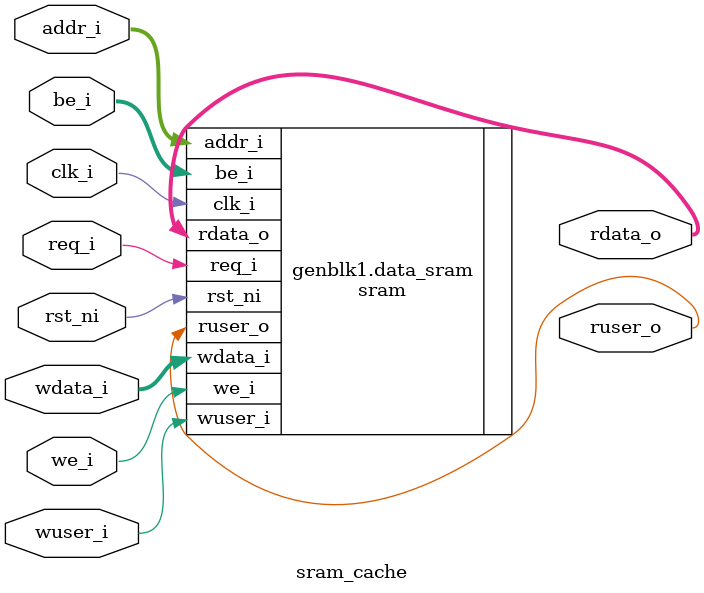
<source format=sv>

module sram_cache #(
    parameter DATA_WIDTH = 64,
    parameter USER_WIDTH = 1,
    parameter USER_EN    = 0,
    parameter NUM_WORDS  = 1024,
    parameter SIM_INIT   = "none",
    parameter BYTE_ACCESS = 1,
    parameter TECHNO_CUT = 0,
    parameter OUT_REGS   = 0     // enables output registers in FPGA macro (read lat = 2)
)(
   input  logic                          clk_i,
   input  logic                          rst_ni,
   input  logic                          req_i,
   input  logic                          we_i,
   input  logic [$clog2(NUM_WORDS)-1:0]  addr_i,
   input  logic [USER_WIDTH-1:0]         wuser_i,
   input  logic [DATA_WIDTH-1:0]         wdata_i,
   input  logic [(DATA_WIDTH+7)/8-1:0]   be_i,
   output logic [USER_WIDTH-1:0]         ruser_o,
   output logic [DATA_WIDTH-1:0]         rdata_o
);
  localparam DATA_AND_USER_WIDTH = USER_EN ? DATA_WIDTH + USER_WIDTH : DATA_WIDTH;
  if (TECHNO_CUT) begin : gen_techno_cut
    if (USER_EN > 0) begin
      logic [DATA_WIDTH + USER_WIDTH-1:0] wdata_user;
      logic [DATA_WIDTH + USER_WIDTH-1:0] rdata_user;
      logic [(DATA_WIDTH+7)/8+(DATA_WIDTH+7)/8-1:0] be;

      always_comb begin
        wdata_user = {wdata_i, wuser_i};
        be         = {be_i, be_i};
        rdata_o    = rdata_user[DATA_AND_USER_WIDTH-1:DATA_WIDTH];
        ruser_o    = rdata_user[USER_WIDTH-1:0];
      end
       fakeram_256x64 i_tc_sram_wrapper(
        .clk    ( clk_i                     ),
        .ce_in    ( req_i                     ),
        .we_in     ( we_i                      ),
        .wd_in  ( wdata_user                ),
        .addr_in   ( addr_i                    ),
        .rd_out  ( rdata_user                )
                                         );
       
      // tc_sram_wrapper_cache_techno #(
      //   .NumWords(NUM_WORDS),           // Number of Words in data array
      //   .DataWidth(DATA_AND_USER_WIDTH),// Data signal width
      //   .ByteWidth(32'd8),              // Width of a data byte
      //   .NumPorts(32'd1),               // Number of read and write ports
      //   .Latency(32'd1),                // Latency when the read data is available
      //   .SimInit(SIM_INIT),             // Simulation initialization
      //   .BYTE_ACCESS(BYTE_ACCESS),      // ACCESS byte or full word
      //   .PrintSimCfg(1'b0)              // Print configuration
      // ) i_tc_sram_wrapper (
      //   .clk_i    ( clk_i                     ),
      //   .rst_ni   ( rst_ni                    ),
      //   .req_i    ( req_i                     ),
      //   .we_i     ( we_i                      ),
      //   .be_i     ( be                        ),
      //   .wdata_i  ( wdata_user                ),
      //   .addr_i   ( addr_i                    ),
      //   .rdata_o  ( rdata_user                )
      // );
    end else begin
      logic [DATA_WIDTH-1:0] wdata_user;
      logic [DATA_WIDTH-1:0] rdata_user;
      logic [(DATA_WIDTH+7)/8-1:0] be;

      always_comb begin
        wdata_user = wdata_i;
        be         = be_i;
        rdata_o    = rdata_user;
        ruser_o    = '0;
      end
       fakeram7_256x32 i_tc_sram_wrapper(
        .clk    ( clk_i                     ),
        .ce_in    ( req_i                     ),
        .we_in     ( we_i                      ),
        .wd_in  ( wdata_user                ),
        .addr_in   ( addr_i                    ),
        .rd_out  ( rdata_user                )
                                         );
       
      // tc_sram_wrapper_cache_techno #(
      //   .NumWords(NUM_WORDS),           // Number of Words in data array
      //   .DataWidth(DATA_AND_USER_WIDTH),// Data signal width
      //   .ByteWidth(32'd8),              // Width of a data byte
      //   .NumPorts(32'd1),               // Number of read and write ports
      //   .Latency(32'd1),                // Latency when the read data is available
      //   .SimInit(SIM_INIT),             // Simulation initialization
      //   .BYTE_ACCESS(BYTE_ACCESS),      // ACCESS byte or full word
      //   .PrintSimCfg(1'b0)              // Print configuration
      // ) i_tc_sram_wrapper (
      //   .clk_i    ( clk_i                     ),
      //   .rst_ni   ( rst_ni                    ),
      //   .req_i    ( req_i                     ),
      //   .we_i     ( we_i                      ),
      //   .be_i     ( be                        ),
      //   .wdata_i  ( wdata_user                ),
      //   .addr_i   ( addr_i                    ),
      //   .rdata_o  ( rdata_user                )
      // );
    end
  end else begin
    sram #(
          .USER_WIDTH (USER_WIDTH),
          .DATA_WIDTH (DATA_WIDTH),
          .USER_EN    (USER_EN),
          .NUM_WORDS  (NUM_WORDS)
      ) data_sram (
          .clk_i  (clk_i),
          .rst_ni (rst_ni),
          .req_i  (req_i),
          .we_i   (we_i),
          .addr_i (addr_i),
          .wuser_i(wuser_i),
          .wdata_i(wdata_i),
          .be_i   (be_i),
          .ruser_o(ruser_o),
          .rdata_o(rdata_o)
      );
  end


endmodule : sram_cache

</source>
